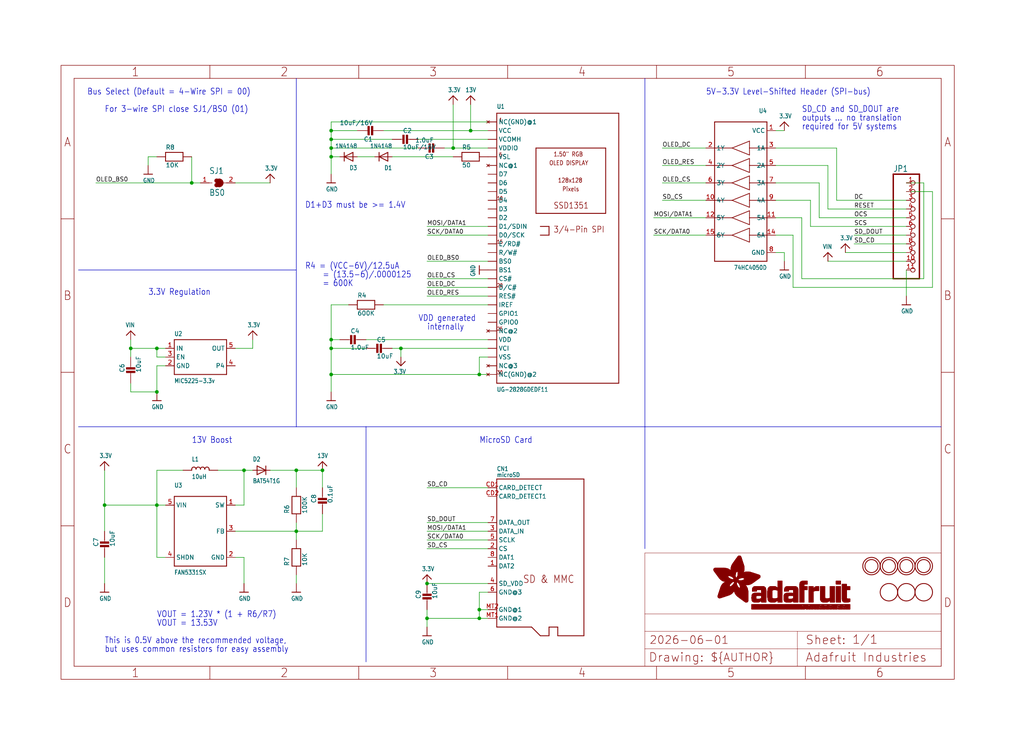
<source format=kicad_sch>
(kicad_sch (version 20230121) (generator eeschema)
  (paper "User" 298.45 217.322)
  (lib_symbols
    (symbol "working-eagle-import:13V" (power)
      (property "Value" "13V" (at -1.524 1.016 0))
      (symbol "13V_1_0"
        (pin power_in line (at 0 -2.54 90) (length 2.54) (name "13V") (number "1"))
      )
    )
    (symbol "working-eagle-import:3.3V" (power)
      (property "Value" "3.3V" (at -1.524 1.016 0))
      (symbol "3.3V_1_0"
        (pin power_in line (at 0 -2.54 90) (length 2.54) (name "3.3V") (number "1"))
      )
    )
    (symbol "working-eagle-import:74HC4050D"
      (property "Reference" "U" (at -7.62 22.86 0))
      (symbol "74HC4050D_1_0"
        (pin bidirectional line (at -10.16 17.78 0) (length 2.54) (name "VCC") (number "1"))
        (pin bidirectional line (at 10.16 -2.54 180) (length 2.54) (name "4Y") (number "10"))
        (pin bidirectional line (at -10.16 -7.62 0) (length 2.54) (name "5A") (number "11"))
        (pin bidirectional line (at 10.16 -7.62 180) (length 2.54) (name "5Y") (number "12"))
        (pin bidirectional line (at -10.16 -12.7 0) (length 2.54) (name "6A") (number "14"))
        (pin bidirectional line (at 10.16 -12.7 180) (length 2.54) (name "6Y") (number "15"))
        (pin bidirectional line (at 10.16 12.7 180) (length 2.54) (name "1Y") (number "2"))
        (pin bidirectional line (at -10.16 12.7 0) (length 2.54) (name "1A") (number "3"))
        (pin bidirectional line (at 10.16 7.62 180) (length 2.54) (name "2Y") (number "4"))
        (pin bidirectional line (at -10.16 7.62 0) (length 2.54) (name "2A") (number "5"))
        (pin bidirectional line (at 10.16 2.54 180) (length 2.54) (name "3Y") (number "6"))
        (pin bidirectional line (at -10.16 2.54 0) (length 2.54) (name "3A") (number "7"))
        (pin bidirectional line (at -10.16 -17.78 0) (length 2.54) (name "GND") (number "8"))
        (pin bidirectional line (at -10.16 -2.54 0) (length 2.54) (name "4A") (number "9"))
      )
    )
    (symbol "working-eagle-import:CAP_CERAMIC0805"
      (property "Reference" "C" (at -1.79 0.54 90))
      (symbol "CAP_CERAMIC0805_1_0"
        (pin passive line (at 0 5.08 270) (length 2.54) (name "P$1") (number "1"))
        (pin passive line (at 0 -2.54 90) (length 2.54) (name "P$2") (number "2"))
      )
    )
    (symbol "working-eagle-import:DIODESOD-123"
      (property "Reference" "D" (at -2.54 2.54 0))
      (symbol "DIODESOD-123_1_0"
        (pin passive line (at -2.54 0 0) (length 2.54) (name "A") (number "A"))
        (pin passive line (at 2.54 0 180) (length 2.54) (name "C") (number "C"))
      )
    )
    (symbol "working-eagle-import:DIODESOD-323"
      (property "Reference" "D" (at -2.54 2.54 0))
      (symbol "DIODESOD-323_1_0"
        (pin passive line (at -2.54 0 0) (length 2.54) (name "A") (number "A"))
        (pin passive line (at 2.54 0 180) (length 2.54) (name "C") (number "C"))
      )
    )
    (symbol "working-eagle-import:DISP_OLED_UG-2828GDEDF11TOP"
      (property "Reference" "U" (at -17.78 39.37 0))
      (symbol "DISP_OLED_UG-2828GDEDF11TOP_1_0"
        (text "1" (at -17.145 35.56 0) (effects (font (size 1.016 0.8636)) (justify left bottom)))
        (text "1.50\" RGB" (at -1.27 25.4 0) (effects (font (size 1.27 1.0795)) (justify left bottom)))
        (text "10" (at -17.78 12.7 0) (effects (font (size 1.016 0.8636)) (justify left bottom)))
        (text "128x128" (at 0 17.78 0) (effects (font (size 1.27 1.0795)) (justify left bottom)))
        (text "15" (at -17.78 0 0) (effects (font (size 1.016 0.8636)) (justify left bottom)))
        (text "20" (at -17.78 -12.7 0) (effects (font (size 1.016 0.8636)) (justify left bottom)))
        (text "25" (at -17.78 -25.4 0) (effects (font (size 1.016 0.8636)) (justify left bottom)))
        (text "3/4-Pin SPI" (at -1.27 3.175 0) (effects (font (size 1.778 1.5113)) (justify left bottom)))
        (text "30" (at -17.78 -38.1 0) (effects (font (size 1.016 0.8636)) (justify left bottom)))
        (text "5" (at -17.145 25.4 0) (effects (font (size 1.016 0.8636)) (justify left bottom)))
        (text "OLED DISPLAY" (at -2.54 22.86 0) (effects (font (size 1.27 1.0795)) (justify left bottom)))
        (text "Pixels" (at 1.27 15.24 0) (effects (font (size 1.27 1.0795)) (justify left bottom)))
        (text "SSD1351" (at -1.27 10.16 0) (effects (font (size 1.778 1.5113)) (justify left bottom)))
        (pin no_connect line (at -20.32 -38.1 0) (length 2.54) (name "NC(GND)@2") (number "P$1"))
        (pin bidirectional line (at -20.32 -15.24 0) (length 2.54) (name "RES#") (number "P$10"))
        (pin bidirectional line (at -20.32 -12.7 0) (length 2.54) (name "D/C#") (number "P$11"))
        (pin bidirectional line (at -20.32 -10.16 0) (length 2.54) (name "CS#") (number "P$12"))
        (pin bidirectional line (at -20.32 -7.62 0) (length 2.54) (name "BS1") (number "P$13"))
        (pin bidirectional line (at -20.32 -5.08 0) (length 2.54) (name "BS0") (number "P$14"))
        (pin bidirectional line (at -20.32 -2.54 0) (length 2.54) (name "R/W#") (number "P$15"))
        (pin bidirectional line (at -20.32 0 0) (length 2.54) (name "E/RD#") (number "P$16"))
        (pin bidirectional line (at -20.32 2.54 0) (length 2.54) (name "D0/SCK") (number "P$17"))
        (pin bidirectional line (at -20.32 5.08 0) (length 2.54) (name "D1/SDIN") (number "P$18"))
        (pin bidirectional line (at -20.32 7.62 0) (length 2.54) (name "D2") (number "P$19"))
        (pin no_connect line (at -20.32 -35.56 0) (length 2.54) (name "NC@3") (number "P$2"))
        (pin bidirectional line (at -20.32 10.16 0) (length 2.54) (name "D3") (number "P$20"))
        (pin bidirectional line (at -20.32 12.7 0) (length 2.54) (name "D4") (number "P$21"))
        (pin bidirectional line (at -20.32 15.24 0) (length 2.54) (name "D5") (number "P$22"))
        (pin bidirectional line (at -20.32 17.78 0) (length 2.54) (name "D6") (number "P$23"))
        (pin bidirectional line (at -20.32 20.32 0) (length 2.54) (name "D7") (number "P$24"))
        (pin no_connect line (at -20.32 22.86 0) (length 2.54) (name "NC@1") (number "P$25"))
        (pin bidirectional line (at -20.32 25.4 0) (length 2.54) (name "VSL") (number "P$26"))
        (pin power_in line (at -20.32 27.94 0) (length 2.54) (name "VDDIO") (number "P$27"))
        (pin power_in line (at -20.32 30.48 0) (length 2.54) (name "VCOMH") (number "P$28"))
        (pin power_in line (at -20.32 33.02 0) (length 2.54) (name "VCC") (number "P$29"))
        (pin power_in line (at -20.32 -33.02 0) (length 2.54) (name "VSS") (number "P$3"))
        (pin no_connect line (at -20.32 35.56 0) (length 2.54) (name "NC(GND)@1") (number "P$30"))
        (pin power_in line (at -20.32 -30.48 0) (length 2.54) (name "VCI") (number "P$4"))
        (pin power_in line (at -20.32 -27.94 0) (length 2.54) (name "VDD") (number "P$5"))
        (pin no_connect line (at -20.32 -25.4 0) (length 2.54) (name "NC@2") (number "P$6"))
        (pin bidirectional line (at -20.32 -22.86 0) (length 2.54) (name "GPIO0") (number "P$7"))
        (pin bidirectional line (at -20.32 -20.32 0) (length 2.54) (name "GPIO1") (number "P$8"))
        (pin bidirectional line (at -20.32 -17.78 0) (length 2.54) (name "IREF") (number "P$9"))
      )
    )
    (symbol "working-eagle-import:FAN5331"
      (property "Reference" "U" (at -7.62 12.7 0))
      (symbol "FAN5331_1_0"
        (pin bidirectional line (at 10.16 7.62 180) (length 2.54) (name "SW") (number "1"))
        (pin bidirectional line (at 10.16 -7.62 180) (length 2.54) (name "GND") (number "2"))
        (pin bidirectional line (at 10.16 0 180) (length 2.54) (name "FB") (number "3"))
        (pin bidirectional line (at -10.16 -7.62 0) (length 2.54) (name "SHDN") (number "4"))
        (pin bidirectional line (at -10.16 7.62 0) (length 2.54) (name "VIN") (number "5"))
      )
    )
    (symbol "working-eagle-import:FIDUCIAL")
    (symbol "working-eagle-import:FRAME_A4_ADAFRUIT"
      (symbol "FRAME_A4_ADAFRUIT_1_0"
        (text "${#}/${##}" (at 230.505 10.16 0) (effects (font (size 2.54 2.54)) (justify left bottom)))
        (text "${AUTHOR}" (at 189.23 5.08 0) (effects (font (size 2.286 2.286)) (justify left bottom)))
        (text "${CURRENT_DATE}" (at 171.45 10.16 0) (effects (font (size 2.286 2.286)) (justify left bottom)))
        (text "${PROJECTNAME}" (at 171.45 15.24 0) (effects (font (size 2.54 2.54)) (justify left bottom)))
        (text "1" (at 21.6958 1.905 0) (effects (font (size 2.54 2.286))))
        (text "1" (at 21.6958 177.165 0) (effects (font (size 2.54 2.286))))
        (text "2" (at 65.0875 1.905 0) (effects (font (size 2.54 2.286))))
        (text "2" (at 65.0875 177.165 0) (effects (font (size 2.54 2.286))))
        (text "3" (at 108.4792 1.905 0) (effects (font (size 2.54 2.286))))
        (text "3" (at 108.4792 177.165 0) (effects (font (size 2.54 2.286))))
        (text "4" (at 151.8708 1.905 0) (effects (font (size 2.54 2.286))))
        (text "4" (at 151.8708 177.165 0) (effects (font (size 2.54 2.286))))
        (text "5" (at 195.2625 1.905 0) (effects (font (size 2.54 2.286))))
        (text "5" (at 195.2625 177.165 0) (effects (font (size 2.54 2.286))))
        (text "6" (at 238.6542 1.905 0) (effects (font (size 2.54 2.286))))
        (text "6" (at 238.6542 177.165 0) (effects (font (size 2.54 2.286))))
        (text "A" (at 1.905 156.6863 0) (effects (font (size 2.54 2.286))))
        (text "A" (at 258.445 156.6863 0) (effects (font (size 2.54 2.286))))
        (text "Adafruit Industries" (at 216.916 4.953 0) (effects (font (size 2.54 2.54)) (justify left bottom)))
        (text "B" (at 1.905 111.9188 0) (effects (font (size 2.54 2.286))))
        (text "B" (at 258.445 111.9188 0) (effects (font (size 2.54 2.286))))
        (text "C" (at 1.905 67.1513 0) (effects (font (size 2.54 2.286))))
        (text "C" (at 258.445 67.1513 0) (effects (font (size 2.54 2.286))))
        (text "D" (at 1.905 22.3838 0) (effects (font (size 2.54 2.286))))
        (text "D" (at 258.445 22.3838 0) (effects (font (size 2.54 2.286))))
        (text "Drawing:" (at 171.196 4.953 0) (effects (font (size 2.54 2.54)) (justify left bottom)))
        (text "Sheet:" (at 216.916 10.033 0) (effects (font (size 2.54 2.54)) (justify left bottom)))
      )
    )
    (symbol "working-eagle-import:GND" (power)
      (property "Value" "GND" (at -1.524 -2.54 0))
      (symbol "GND_1_0"
        (pin power_in line (at 0 2.54 270) (length 2.54) (name "GND") (number "1"))
      )
    )
    (symbol "working-eagle-import:HEADER-1X1176MIL"
      (property "Reference" "JP" (at -6.35 15.875 0))
      (symbol "HEADER-1X1176MIL_1_0"
        (pin passive inverted (at -2.54 12.7 0) (length 2.54) (name "1") (number "1"))
        (pin passive inverted (at -2.54 -10.16 0) (length 2.54) (name "10") (number "10"))
        (pin passive inverted (at -2.54 -12.7 0) (length 2.54) (name "11") (number "11"))
        (pin passive inverted (at -2.54 10.16 0) (length 2.54) (name "2") (number "2"))
        (pin passive inverted (at -2.54 7.62 0) (length 2.54) (name "3") (number "3"))
        (pin passive inverted (at -2.54 5.08 0) (length 2.54) (name "4") (number "4"))
        (pin passive inverted (at -2.54 2.54 0) (length 2.54) (name "5") (number "5"))
        (pin passive inverted (at -2.54 0 0) (length 2.54) (name "6") (number "6"))
        (pin passive inverted (at -2.54 -2.54 0) (length 2.54) (name "7") (number "7"))
        (pin passive inverted (at -2.54 -5.08 0) (length 2.54) (name "8") (number "8"))
        (pin passive inverted (at -2.54 -7.62 0) (length 2.54) (name "9") (number "9"))
      )
    )
    (symbol "working-eagle-import:INDUCTOR"
      (property "Reference" "L" (at -2.54 2.54 0))
      (symbol "INDUCTOR_1_0"
        (pin passive line (at -5.08 0 0) (length 2.54) (name "1") (number "P$1"))
        (pin passive line (at 5.08 0 180) (length 2.54) (name "2") (number "P$2"))
      )
    )
    (symbol "working-eagle-import:MICROSD"
      (property "Reference" "X" (at -12.7 22.606 0))
      (symbol "MICROSD_1_0"
        (text "SD & MMC" (at -5.08 -10.16 0) (effects (font (size 2.1844 1.8567)) (justify left bottom)))
        (pin bidirectional line (at -15.24 -5.08 0) (length 2.54) (name "DAT2") (number "1"))
        (pin input line (at -15.24 0 0) (length 2.54) (name "CS") (number "2"))
        (pin input line (at -15.24 5.08 0) (length 2.54) (name "DATA_IN") (number "3"))
        (pin power_in line (at -15.24 -10.16 0) (length 2.54) (name "SD_VDD") (number "4"))
        (pin input line (at -15.24 2.54 0) (length 2.54) (name "SCLK") (number "5"))
        (pin power_in line (at -15.24 -12.7 0) (length 2.54) (name "GND@3") (number "6"))
        (pin output line (at -15.24 7.62 0) (length 2.54) (name "DATA_OUT") (number "7"))
        (pin bidirectional line (at -15.24 -2.54 0) (length 2.54) (name "DAT1") (number "8"))
        (pin passive line (at -15.24 17.78 0) (length 2.54) (name "CARD_DETECT") (number "CD1"))
        (pin passive line (at -15.24 15.24 0) (length 2.54) (name "CARD_DETECT1") (number "CD2"))
        (pin power_in line (at -15.24 -20.32 0) (length 2.54) (name "GND@2") (number "MT1"))
        (pin power_in line (at -15.24 -17.78 0) (length 2.54) (name "GND@1") (number "MT2"))
      )
    )
    (symbol "working-eagle-import:MOUNTINGHOLE2.5")
    (symbol "working-eagle-import:RESISTOR0805"
      (property "Reference" "R" (at -2.54 2.032 0))
      (symbol "RESISTOR0805_1_0"
        (pin passive line (at -5.08 0 0) (length 2.54) (name "1") (number "1"))
        (pin passive line (at 5.08 0 180) (length 2.54) (name "2") (number "2"))
      )
    )
    (symbol "working-eagle-import:SOLDERJUMPERREFLOW_NOPASTE"
      (property "Reference" "SJ" (at -2.54 2.54 0))
      (symbol "SOLDERJUMPERREFLOW_NOPASTE_1_0"
        (pin passive line (at -5.08 0 0) (length 2.54) (name "1") (number "1"))
        (pin passive line (at 5.08 0 180) (length 2.54) (name "2") (number "2"))
      )
    )
    (symbol "working-eagle-import:VIN" (power)
      (property "Value" "VIN" (at -1.524 1.016 0))
      (symbol "VIN_1_0"
        (pin power_in line (at 0 -2.54 90) (length 2.54) (name "VIN") (number "1"))
      )
    )
    (symbol "working-eagle-import:VREG_SOT23-5"
      (property "Reference" "U" (at -7.62 6.096 0))
      (symbol "VREG_SOT23-5_1_0"
        (pin power_in line (at -10.16 2.54 0) (length 2.54) (name "IN") (number "1"))
        (pin power_in line (at -10.16 -2.54 0) (length 2.54) (name "GND") (number "2"))
        (pin input line (at -10.16 0 0) (length 2.54) (name "EN") (number "3"))
        (pin bidirectional line (at 10.16 -2.54 180) (length 2.54) (name "P4") (number "4"))
        (pin power_in line (at 10.16 2.54 180) (length 2.54) (name "OUT") (number "5"))
      )
    )
  )
  (junction (at 139.7 109.22))
  (junction (at 139.7 180.34))
  (junction (at 55.88 53.34))
  (junction (at 45.72 101.6))
  (junction (at 96.52 43.18))
  (junction (at 124.46 180.34))
  (junction (at 86.36 154.94))
  (junction (at 132.08 43.18))
  (junction (at 96.52 40.64))
  (junction (at 96.52 99.06))
  (junction (at 86.36 137.16))
  (junction (at 96.52 38.1))
  (junction (at 30.48 147.32))
  (junction (at 96.52 109.22))
  (junction (at 96.52 45.72))
  (junction (at 45.72 147.32))
  (junction (at 124.46 170.18))
  (junction (at 116.84 101.6))
  (junction (at 71.12 137.16))
  (junction (at 38.1 101.6))
  (junction (at 96.52 101.6))
  (junction (at 137.16 38.1))
  (junction (at 93.98 137.16))
  (junction (at 45.72 114.3))
  (junction (at 139.7 177.8))
  (wire (pts (xy 132.08 45.72) (xy 114.3 45.72)) (stroke (width 0.1524)))
  (wire (pts (xy 99.06 99.06) (xy 96.52 99.06)) (stroke (width 0.1524)))
  (wire (pts (xy 205.74 63.5) (xy 190.5 63.5)) (stroke (width 0.1524)))
  (wire (pts (xy 226.06 73.66) (xy 228.6 73.66)) (stroke (width 0.1524)))
  (wire (pts (xy 96.52 35.56) (xy 96.52 38.1)) (stroke (width 0.1524)))
  (wire (pts (xy 241.3 48.26) (xy 241.3 60.96)) (stroke (width 0.1524)))
  (wire (pts (xy 139.7 109.22) (xy 96.52 109.22)) (stroke (width 0.1524)))
  (wire (pts (xy 142.24 81.28) (xy 124.46 81.28)) (stroke (width 0.1524)))
  (wire (pts (xy 86.36 154.94) (xy 93.98 154.94)) (stroke (width 0.1524)))
  (wire (pts (xy 48.26 147.32) (xy 45.72 147.32)) (stroke (width 0.1524)))
  (wire (pts (xy 116.84 101.6) (xy 114.3 101.6)) (stroke (width 0.1524)))
  (polyline (pts (xy 86.36 124.46) (xy 106.68 124.46)) (stroke (width 0.1524) (type solid)))
  (wire (pts (xy 48.26 104.14) (xy 45.72 104.14)) (stroke (width 0.1524)))
  (wire (pts (xy 142.24 177.8) (xy 139.7 177.8)) (stroke (width 0.1524)))
  (wire (pts (xy 142.24 76.2) (xy 124.46 76.2)) (stroke (width 0.1524)))
  (wire (pts (xy 231.14 68.58) (xy 231.14 83.82)) (stroke (width 0.1524)))
  (wire (pts (xy 142.24 68.58) (xy 124.46 68.58)) (stroke (width 0.1524)))
  (wire (pts (xy 38.1 114.3) (xy 45.72 114.3)) (stroke (width 0.1524)))
  (wire (pts (xy 243.84 58.42) (xy 264.16 58.42)) (stroke (width 0.1524)))
  (wire (pts (xy 264.16 86.36) (xy 264.16 78.74)) (stroke (width 0.1524)))
  (wire (pts (xy 238.76 63.5) (xy 264.16 63.5)) (stroke (width 0.1524)))
  (wire (pts (xy 142.24 142.24) (xy 124.46 142.24)) (stroke (width 0.1524)))
  (wire (pts (xy 96.52 40.64) (xy 96.52 43.18)) (stroke (width 0.1524)))
  (polyline (pts (xy 22.86 78.74) (xy 86.36 78.74)) (stroke (width 0.1524) (type solid)))
  (wire (pts (xy 132.08 30.48) (xy 132.08 43.18)) (stroke (width 0.1524)))
  (wire (pts (xy 205.74 68.58) (xy 190.5 68.58)) (stroke (width 0.1524)))
  (wire (pts (xy 45.72 162.56) (xy 45.72 147.32)) (stroke (width 0.1524)))
  (wire (pts (xy 236.22 58.42) (xy 236.22 66.04)) (stroke (width 0.1524)))
  (wire (pts (xy 243.84 43.18) (xy 243.84 58.42)) (stroke (width 0.1524)))
  (wire (pts (xy 104.14 38.1) (xy 96.52 38.1)) (stroke (width 0.1524)))
  (wire (pts (xy 142.24 160.02) (xy 124.46 160.02)) (stroke (width 0.1524)))
  (wire (pts (xy 271.78 83.82) (xy 271.78 55.88)) (stroke (width 0.1524)))
  (wire (pts (xy 142.24 83.82) (xy 124.46 83.82)) (stroke (width 0.1524)))
  (wire (pts (xy 99.06 45.72) (xy 96.52 45.72)) (stroke (width 0.1524)))
  (wire (pts (xy 142.24 38.1) (xy 137.16 38.1)) (stroke (width 0.1524)))
  (wire (pts (xy 43.18 45.72) (xy 43.18 48.26)) (stroke (width 0.1524)))
  (wire (pts (xy 71.12 137.16) (xy 73.66 137.16)) (stroke (width 0.1524)))
  (wire (pts (xy 78.74 137.16) (xy 86.36 137.16)) (stroke (width 0.1524)))
  (wire (pts (xy 96.52 43.18) (xy 96.52 45.72)) (stroke (width 0.1524)))
  (polyline (pts (xy 187.96 124.46) (xy 187.96 160.02)) (stroke (width 0.1524) (type solid)))
  (wire (pts (xy 30.48 147.32) (xy 30.48 137.16)) (stroke (width 0.1524)))
  (wire (pts (xy 55.88 53.34) (xy 58.42 53.34)) (stroke (width 0.1524)))
  (wire (pts (xy 63.5 137.16) (xy 71.12 137.16)) (stroke (width 0.1524)))
  (wire (pts (xy 233.68 63.5) (xy 233.68 81.28)) (stroke (width 0.1524)))
  (wire (pts (xy 45.72 104.14) (xy 45.72 101.6)) (stroke (width 0.1524)))
  (wire (pts (xy 68.58 101.6) (xy 73.66 101.6)) (stroke (width 0.1524)))
  (wire (pts (xy 132.08 43.18) (xy 129.54 43.18)) (stroke (width 0.1524)))
  (wire (pts (xy 38.1 101.6) (xy 38.1 104.14)) (stroke (width 0.1524)))
  (wire (pts (xy 226.06 38.1) (xy 228.6 38.1)) (stroke (width 0.1524)))
  (wire (pts (xy 264.16 68.58) (xy 248.92 68.58)) (stroke (width 0.1524)))
  (wire (pts (xy 142.24 101.6) (xy 116.84 101.6)) (stroke (width 0.1524)))
  (wire (pts (xy 45.72 45.72) (xy 43.18 45.72)) (stroke (width 0.1524)))
  (wire (pts (xy 236.22 66.04) (xy 264.16 66.04)) (stroke (width 0.1524)))
  (wire (pts (xy 68.58 53.34) (xy 78.74 53.34)) (stroke (width 0.1524)))
  (wire (pts (xy 96.52 45.72) (xy 96.52 50.8)) (stroke (width 0.1524)))
  (polyline (pts (xy 106.68 124.46) (xy 187.96 124.46)) (stroke (width 0.1524) (type solid)))
  (wire (pts (xy 226.06 63.5) (xy 233.68 63.5)) (stroke (width 0.1524)))
  (wire (pts (xy 139.7 104.14) (xy 139.7 109.22)) (stroke (width 0.1524)))
  (wire (pts (xy 116.84 104.14) (xy 116.84 101.6)) (stroke (width 0.1524)))
  (wire (pts (xy 142.24 172.72) (xy 139.7 172.72)) (stroke (width 0.1524)))
  (wire (pts (xy 142.24 180.34) (xy 139.7 180.34)) (stroke (width 0.1524)))
  (wire (pts (xy 226.06 68.58) (xy 231.14 68.58)) (stroke (width 0.1524)))
  (wire (pts (xy 139.7 177.8) (xy 139.7 180.34)) (stroke (width 0.1524)))
  (wire (pts (xy 228.6 73.66) (xy 228.6 76.2)) (stroke (width 0.1524)))
  (wire (pts (xy 121.92 43.18) (xy 96.52 43.18)) (stroke (width 0.1524)))
  (wire (pts (xy 45.72 106.68) (xy 45.72 114.3)) (stroke (width 0.1524)))
  (wire (pts (xy 114.3 40.64) (xy 96.52 40.64)) (stroke (width 0.1524)))
  (wire (pts (xy 137.16 30.48) (xy 137.16 38.1)) (stroke (width 0.1524)))
  (wire (pts (xy 96.52 88.9) (xy 96.52 99.06)) (stroke (width 0.1524)))
  (wire (pts (xy 71.12 147.32) (xy 68.58 147.32)) (stroke (width 0.1524)))
  (wire (pts (xy 68.58 154.94) (xy 86.36 154.94)) (stroke (width 0.1524)))
  (wire (pts (xy 93.98 154.94) (xy 93.98 149.86)) (stroke (width 0.1524)))
  (wire (pts (xy 142.24 157.48) (xy 124.46 157.48)) (stroke (width 0.1524)))
  (wire (pts (xy 241.3 60.96) (xy 264.16 60.96)) (stroke (width 0.1524)))
  (wire (pts (xy 71.12 137.16) (xy 71.12 147.32)) (stroke (width 0.1524)))
  (wire (pts (xy 142.24 88.9) (xy 111.76 88.9)) (stroke (width 0.1524)))
  (wire (pts (xy 96.52 101.6) (xy 96.52 109.22)) (stroke (width 0.1524)))
  (wire (pts (xy 238.76 53.34) (xy 238.76 63.5)) (stroke (width 0.1524)))
  (wire (pts (xy 96.52 99.06) (xy 96.52 101.6)) (stroke (width 0.1524)))
  (wire (pts (xy 248.92 71.12) (xy 264.16 71.12)) (stroke (width 0.1524)))
  (wire (pts (xy 205.74 58.42) (xy 193.04 58.42)) (stroke (width 0.1524)))
  (wire (pts (xy 142.24 35.56) (xy 96.52 35.56)) (stroke (width 0.1524)))
  (wire (pts (xy 269.24 81.28) (xy 269.24 53.34)) (stroke (width 0.1524)))
  (wire (pts (xy 142.24 86.36) (xy 124.46 86.36)) (stroke (width 0.1524)))
  (wire (pts (xy 86.36 154.94) (xy 86.36 152.4)) (stroke (width 0.1524)))
  (wire (pts (xy 86.36 137.16) (xy 93.98 137.16)) (stroke (width 0.1524)))
  (wire (pts (xy 142.24 109.22) (xy 139.7 109.22)) (stroke (width 0.1524)))
  (wire (pts (xy 241.3 48.26) (xy 226.06 48.26)) (stroke (width 0.1524)))
  (wire (pts (xy 142.24 40.64) (xy 121.92 40.64)) (stroke (width 0.1524)))
  (wire (pts (xy 142.24 43.18) (xy 132.08 43.18)) (stroke (width 0.1524)))
  (wire (pts (xy 96.52 109.22) (xy 96.52 114.3)) (stroke (width 0.1524)))
  (wire (pts (xy 55.88 53.34) (xy 55.88 45.72)) (stroke (width 0.1524)))
  (wire (pts (xy 142.24 99.06) (xy 106.68 99.06)) (stroke (width 0.1524)))
  (wire (pts (xy 142.24 104.14) (xy 139.7 104.14)) (stroke (width 0.1524)))
  (wire (pts (xy 271.78 55.88) (xy 264.16 55.88)) (stroke (width 0.1524)))
  (wire (pts (xy 45.72 147.32) (xy 45.72 137.16)) (stroke (width 0.1524)))
  (wire (pts (xy 86.36 137.16) (xy 86.36 142.24)) (stroke (width 0.1524)))
  (wire (pts (xy 38.1 111.76) (xy 38.1 114.3)) (stroke (width 0.1524)))
  (wire (pts (xy 205.74 43.18) (xy 193.04 43.18)) (stroke (width 0.1524)))
  (polyline (pts (xy 187.96 124.46) (xy 187.96 22.86)) (stroke (width 0.1524) (type solid)))
  (wire (pts (xy 93.98 142.24) (xy 93.98 137.16)) (stroke (width 0.1524)))
  (polyline (pts (xy 106.68 124.46) (xy 106.68 193.04)) (stroke (width 0.1524) (type solid)))
  (wire (pts (xy 246.38 73.66) (xy 264.16 73.66)) (stroke (width 0.1524)))
  (wire (pts (xy 139.7 180.34) (xy 124.46 180.34)) (stroke (width 0.1524)))
  (wire (pts (xy 104.14 45.72) (xy 109.22 45.72)) (stroke (width 0.1524)))
  (wire (pts (xy 243.84 43.18) (xy 226.06 43.18)) (stroke (width 0.1524)))
  (wire (pts (xy 73.66 101.6) (xy 73.66 99.06)) (stroke (width 0.1524)))
  (wire (pts (xy 48.26 162.56) (xy 45.72 162.56)) (stroke (width 0.1524)))
  (wire (pts (xy 48.26 101.6) (xy 45.72 101.6)) (stroke (width 0.1524)))
  (polyline (pts (xy 86.36 78.74) (xy 86.36 22.86)) (stroke (width 0.1524) (type solid)))
  (wire (pts (xy 231.14 83.82) (xy 271.78 83.82)) (stroke (width 0.1524)))
  (wire (pts (xy 71.12 162.56) (xy 71.12 170.18)) (stroke (width 0.1524)))
  (wire (pts (xy 233.68 81.28) (xy 269.24 81.28)) (stroke (width 0.1524)))
  (polyline (pts (xy 86.36 78.74) (xy 86.36 124.46)) (stroke (width 0.1524) (type solid)))
  (wire (pts (xy 142.24 170.18) (xy 124.46 170.18)) (stroke (width 0.1524)))
  (wire (pts (xy 142.24 154.94) (xy 124.46 154.94)) (stroke (width 0.1524)))
  (wire (pts (xy 45.72 147.32) (xy 30.48 147.32)) (stroke (width 0.1524)))
  (wire (pts (xy 86.36 157.48) (xy 86.36 154.94)) (stroke (width 0.1524)))
  (wire (pts (xy 241.3 76.2) (xy 264.16 76.2)) (stroke (width 0.1524)))
  (wire (pts (xy 139.7 172.72) (xy 139.7 177.8)) (stroke (width 0.1524)))
  (wire (pts (xy 68.58 162.56) (xy 71.12 162.56)) (stroke (width 0.1524)))
  (wire (pts (xy 124.46 177.8) (xy 124.46 180.34)) (stroke (width 0.1524)))
  (wire (pts (xy 86.36 167.64) (xy 86.36 170.18)) (stroke (width 0.1524)))
  (wire (pts (xy 38.1 101.6) (xy 38.1 99.06)) (stroke (width 0.1524)))
  (wire (pts (xy 142.24 152.4) (xy 124.46 152.4)) (stroke (width 0.1524)))
  (wire (pts (xy 142.24 66.04) (xy 124.46 66.04)) (stroke (width 0.1524)))
  (wire (pts (xy 137.16 38.1) (xy 111.76 38.1)) (stroke (width 0.1524)))
  (polyline (pts (xy 187.96 124.46) (xy 274.32 124.46)) (stroke (width 0.1524) (type solid)))
  (wire (pts (xy 101.6 88.9) (xy 96.52 88.9)) (stroke (width 0.1524)))
  (wire (pts (xy 269.24 53.34) (xy 264.16 53.34)) (stroke (width 0.1524)))
  (wire (pts (xy 124.46 180.34) (xy 124.46 182.88)) (stroke (width 0.1524)))
  (wire (pts (xy 48.26 106.68) (xy 45.72 106.68)) (stroke (width 0.1524)))
  (wire (pts (xy 96.52 38.1) (xy 96.52 40.64)) (stroke (width 0.1524)))
  (wire (pts (xy 106.68 101.6) (xy 96.52 101.6)) (stroke (width 0.1524)))
  (wire (pts (xy 30.48 147.32) (xy 30.48 154.94)) (stroke (width 0.1524)))
  (wire (pts (xy 30.48 162.56) (xy 30.48 170.18)) (stroke (width 0.1524)))
  (wire (pts (xy 27.94 53.34) (xy 55.88 53.34)) (stroke (width 0.1524)))
  (wire (pts (xy 236.22 58.42) (xy 226.06 58.42)) (stroke (width 0.1524)))
  (wire (pts (xy 45.72 137.16) (xy 53.34 137.16)) (stroke (width 0.1524)))
  (polyline (pts (xy 86.36 124.46) (xy 22.86 124.46)) (stroke (width 0.1524) (type solid)))
  (wire (pts (xy 238.76 53.34) (xy 226.06 53.34)) (stroke (width 0.1524)))
  (wire (pts (xy 205.74 53.34) (xy 193.04 53.34)) (stroke (width 0.1524)))
  (wire (pts (xy 205.74 48.26) (xy 193.04 48.26)) (stroke (width 0.1524)))
  (wire (pts (xy 45.72 101.6) (xy 38.1 101.6)) (stroke (width 0.1524)))
  (text "VOUT = 13.53V" (at 45.72 182.88 0) (effects (font (size 1.778 1.5113)) (justify left bottom)))
  (text "3.3V Regulation" (at 43.18 86.36 0) (effects (font (size 1.778 1.5113)) (justify left bottom)))
  (text "outputs ... no translation" (at 233.68 35.56 0) (effects (font (size 1.778 1.5113)) (justify left bottom)))
  (text "D1+D3 must be >= 1.4V" (at 88.9 60.96 0) (effects (font (size 1.778 1.5113)) (justify left bottom)))
  (text "13V Boost" (at 55.88 129.54 0) (effects (font (size 1.778 1.5113)) (justify left bottom)))
  (text "This is 0.5V above the recommended voltage," (at 30.48 187.96 0) (effects (font (size 1.778 1.5113)) (justify left bottom)))
  (text "Bus Select (Default = 4-Wire SPI = 00)" (at 25.4 27.94 0) (effects (font (size 1.778 1.5113)) (justify left bottom)))
  (text "5V-3.3V Level-Shifted Header (SPI-bus)" (at 205.74 27.94 0) (effects (font (size 1.778 1.5113)) (justify left bottom)))
  (text "internally" (at 124.46 96.52 0) (effects (font (size 1.778 1.5113)) (justify left bottom)))
  (text "For 3-wire SPI close SJ1/BS0 (01)" (at 30.48 33.02 0) (effects (font (size 1.778 1.5113)) (justify left bottom)))
  (text "= (13.5-6)/.0000125" (at 93.98 81.28 0) (effects (font (size 1.778 1.5113)) (justify left bottom)))
  (text "but uses common resistors for easy assembly" (at 30.48 190.5 0) (effects (font (size 1.778 1.5113)) (justify left bottom)))
  (text "VOUT = 1.23V * (1 + R6/R7)" (at 45.72 180.34 0) (effects (font (size 1.778 1.5113)) (justify left bottom)))
  (text "required for 5V systems" (at 233.68 38.1 0) (effects (font (size 1.778 1.5113)) (justify left bottom)))
  (text "R4 = (VCC-6V)/12.5uA" (at 88.9 78.74 0) (effects (font (size 1.778 1.5113)) (justify left bottom)))
  (text "MicroSD Card" (at 139.7 129.54 0) (effects (font (size 1.778 1.5113)) (justify left bottom)))
  (text "SD_CD and SD_DOUT are" (at 233.68 33.02 0) (effects (font (size 1.778 1.5113)) (justify left bottom)))
  (text "= 600K" (at 93.98 83.82 0) (effects (font (size 1.778 1.5113)) (justify left bottom)))
  (text "VDD generated" (at 121.92 93.98 0) (effects (font (size 1.778 1.5113)) (justify left bottom)))
  (label "OLED_DC" (at 124.46 83.82 0) (effects (font (size 1.2446 1.2446))))
  (label "SD_CS" (at 124.46 160.02 0) (effects (font (size 1.2446 1.2446))))
  (label "SD_DOUT" (at 248.92 68.58 0) (effects (font (size 1.2446 1.2446))))
  (label "SCS" (at 248.92 66.04 0) (effects (font (size 1.2446 1.2446))))
  (label "OLED_BS0" (at 124.46 76.2 0) (effects (font (size 1.2446 1.2446))))
  (label "DC" (at 248.92 58.42 0) (effects (font (size 1.2446 1.2446))))
  (label "MOSI/DATA1" (at 124.46 154.94 0) (effects (font (size 1.2446 1.2446))))
  (label "SCK/DATA0" (at 124.46 157.48 0) (effects (font (size 1.2446 1.2446))))
  (label "OCS" (at 248.92 63.5 0) (effects (font (size 1.2446 1.2446))))
  (label "MOSI/DATA1" (at 190.5 63.5 0) (effects (font (size 1.2446 1.2446))))
  (label "OLED_CS" (at 124.46 81.28 0) (effects (font (size 1.2446 1.2446))))
  (label "SCK/DATA0" (at 190.5 68.58 0) (effects (font (size 1.2446 1.2446))))
  (label "OLED_DC" (at 193.04 43.18 0) (effects (font (size 1.2446 1.2446))))
  (label "OLED_BS0" (at 27.94 53.34 0) (effects (font (size 1.2446 1.2446))))
  (label "OLED_RES" (at 124.46 86.36 0) (effects (font (size 1.2446 1.2446))))
  (label "SCK/DATA0" (at 124.46 68.58 0) (effects (font (size 1.2446 1.2446))))
  (label "SD_CS" (at 193.04 58.42 0) (effects (font (size 1.2446 1.2446))))
  (label "SD_DOUT" (at 124.46 152.4 0) (effects (font (size 1.2446 1.2446))))
  (label "SD_CD" (at 248.92 71.12 0) (effects (font (size 1.2446 1.2446))))
  (label "SD_CD" (at 124.46 142.24 0) (effects (font (size 1.2446 1.2446))))
  (label "OLED_RES" (at 193.04 48.26 0) (effects (font (size 1.2446 1.2446))))
  (label "OLED_CS" (at 193.04 53.34 0) (effects (font (size 1.2446 1.2446))))
  (label "MOSI/DATA1" (at 124.46 66.04 0) (effects (font (size 1.2446 1.2446))))
  (label "RESET" (at 248.92 60.96 0) (effects (font (size 1.2446 1.2446))))
  (symbol (lib_id "working-eagle-import:MOUNTINGHOLE2.5") (at 259.08 165.1 0) (unit 1)
    (property "Reference" "U$24" (effects hide))
    (property "Value" "MOUNTINGHOLE2.5" (effects hide))
    (property "Footprint" "working:MOUNTINGHOLE_2.5_PLATED" (effects hide))
  )
  (symbol (lib_id "working-eagle-import:DIODESOD-323") (at 111.76 45.72 180) (unit 1)
    (property "Reference" "D1" (at 114.3 48.26 0) (effects (font (size 1.27 1.0795)) (justify left bottom)))
    (property "Value" "1N4148" (at 114.3 41.91 0) (effects (font (size 1.27 1.0795)) (justify left bottom)))
    (property "Footprint" "working:SOD-323" (effects hide))
  )
  (symbol (lib_id "working-eagle-import:GND") (at 71.12 172.72 0) (unit 1)
    (property "Reference" "#U$13" (effects hide))
    (property "Value" "GND" (at 69.596 175.26 0) (effects (font (size 1.27 1.0795)) (justify left bottom)))
  )
  (symbol (lib_id "working-eagle-import:CAP_CERAMIC0805") (at 109.22 38.1 90) (unit 1)
    (property "Reference" "C1" (at 108.68 39.89 90) (effects (justify left bottom)))
    (property "Value" "10uF/16V" (at 108.68 35.1 90) (effects (justify left bottom)))
    (property "Footprint" "working:0805" (effects hide))
  )
  (symbol (lib_id "working-eagle-import:RESISTOR0805") (at 106.68 88.9 0) (unit 1)
    (property "Reference" "R4" (at 104.14 86.868 0) (effects (justify left bottom)))
    (property "Value" "600K" (at 104.14 92.075 0) (effects (justify left bottom)))
    (property "Footprint" "working:0805" (effects hide))
  )
  (symbol (lib_id "working-eagle-import:3.3V") (at 246.38 71.12 0) (unit 1)
    (property "Reference" "#U$21" (effects hide))
    (property "Value" "3.3V" (at 244.856 70.104 0) (effects (font (size 1.27 1.0795)) (justify left bottom)))
  )
  (symbol (lib_id "working-eagle-import:INDUCTOR") (at 58.42 137.16 0) (unit 1)
    (property "Reference" "L1" (at 55.88 134.62 0) (effects (font (size 1.27 1.0795)) (justify left bottom)))
    (property "Value" "10uH" (at 55.88 139.7 0) (effects (font (size 1.27 1.0795)) (justify left bottom)))
    (property "Footprint" "working:INDUCTOR_1007" (effects hide))
  )
  (symbol (lib_id "working-eagle-import:DISP_OLED_UG-2828GDEDF11TOP") (at 162.56 71.12 0) (unit 1)
    (property "Reference" "U1" (at 144.78 31.75 0) (effects (font (size 1.27 1.0795)) (justify left bottom)))
    (property "Value" "UG-2828GDEDF11" (at 144.78 114.3 0) (effects (font (size 1.27 1.0795)) (justify left bottom)))
    (property "Footprint" "working:FPC_XF2M-3015-1A" (effects hide))
  )
  (symbol (lib_id "working-eagle-import:3.3V") (at 228.6 35.56 0) (unit 1)
    (property "Reference" "#U$33" (effects hide))
    (property "Value" "3.3V" (at 227.076 34.544 0) (effects (font (size 1.27 1.0795)) (justify left bottom)))
  )
  (symbol (lib_id "working-eagle-import:CAP_CERAMIC0805") (at 93.98 147.32 0) (unit 1)
    (property "Reference" "C8" (at 92.19 146.78 90) (effects (justify left bottom)))
    (property "Value" "0.1uF" (at 96.98 146.78 90) (effects (justify left bottom)))
    (property "Footprint" "working:0805" (effects hide))
  )
  (symbol (lib_id "working-eagle-import:3.3V") (at 132.08 27.94 0) (unit 1)
    (property "Reference" "#U$1" (effects hide))
    (property "Value" "3.3V" (at 130.556 26.924 0) (effects (font (size 1.27 1.0795)) (justify left bottom)))
  )
  (symbol (lib_id "working-eagle-import:SOLDERJUMPERREFLOW_NOPASTE") (at 63.5 53.34 0) (unit 1)
    (property "Reference" "SJ1" (at 60.96 50.8 0) (effects (font (size 1.778 1.5113)) (justify left bottom)))
    (property "Value" "BS0" (at 60.96 57.15 0) (effects (font (size 1.778 1.5113)) (justify left bottom)))
    (property "Footprint" "working:SOLDERJUMPER_REFLOW_NOPASTE" (effects hide))
  )
  (symbol (lib_id "working-eagle-import:3.3V") (at 116.84 106.68 180) (unit 1)
    (property "Reference" "#U$7" (effects hide))
    (property "Value" "3.3V" (at 118.364 107.696 0) (effects (font (size 1.27 1.0795)) (justify left bottom)))
  )
  (symbol (lib_id "working-eagle-import:13V") (at 93.98 134.62 0) (unit 1)
    (property "Reference" "#U$16" (effects hide))
    (property "Value" "13V" (at 92.456 133.604 0) (effects (font (size 1.27 1.0795)) (justify left bottom)))
  )
  (symbol (lib_id "working-eagle-import:3.3V") (at 30.48 134.62 0) (unit 1)
    (property "Reference" "#U$15" (effects hide))
    (property "Value" "3.3V" (at 28.956 133.604 0) (effects (font (size 1.27 1.0795)) (justify left bottom)))
  )
  (symbol (lib_id "working-eagle-import:CAP_CERAMIC0805") (at 38.1 109.22 0) (unit 1)
    (property "Reference" "C6" (at 36.31 108.68 90) (effects (justify left bottom)))
    (property "Value" "10uF" (at 41.1 108.68 90) (effects (justify left bottom)))
    (property "Footprint" "working:0805" (effects hide))
  )
  (symbol (lib_id "working-eagle-import:FRAME_A4_ADAFRUIT") (at 17.78 198.12 0) (unit 1)
    (property "Reference" "#FRAME1" (effects hide))
    (property "Value" "FRAME_A4_ADAFRUIT" (effects hide))
  )
  (symbol (lib_id "working-eagle-import:RESISTOR0805") (at 86.36 147.32 90) (unit 1)
    (property "Reference" "R6" (at 84.328 149.86 0) (effects (justify left bottom)))
    (property "Value" "100K" (at 89.535 149.86 0) (effects (justify left bottom)))
    (property "Footprint" "working:0805" (effects hide))
  )
  (symbol (lib_id "working-eagle-import:GND") (at 228.6 78.74 0) (unit 1)
    (property "Reference" "#U$34" (effects hide))
    (property "Value" "GND" (at 227.076 81.28 0) (effects (font (size 1.27 1.0795)) (justify left bottom)))
  )
  (symbol (lib_id "working-eagle-import:GND") (at 124.46 185.42 0) (unit 1)
    (property "Reference" "#U$19" (effects hide))
    (property "Value" "GND" (at 122.936 187.96 0) (effects (font (size 1.27 1.0795)) (justify left bottom)))
  )
  (symbol (lib_id "working-eagle-import:MOUNTINGHOLE2.5") (at 264.16 165.1 0) (unit 1)
    (property "Reference" "U$23" (effects hide))
    (property "Value" "MOUNTINGHOLE2.5" (effects hide))
    (property "Footprint" "working:MOUNTINGHOLE_2.5_PLATED" (effects hide))
  )
  (symbol (lib_id "working-eagle-import:DIODESOD-123") (at 76.2 137.16 0) (unit 1)
    (property "Reference" "D2" (at 73.66 134.62 0) (effects (font (size 1.27 1.0795)) (justify left bottom)))
    (property "Value" "BAT54T1G" (at 73.66 140.97 0) (effects (font (size 1.27 1.0795)) (justify left bottom)))
    (property "Footprint" "working:SOD-123" (effects hide))
  )
  (symbol (lib_id "working-eagle-import:FAN5331") (at 58.42 154.94 0) (unit 1)
    (property "Reference" "U3" (at 50.8 142.24 0) (effects (font (size 1.27 1.0795)) (justify left bottom)))
    (property "Value" "FAN5331SX" (at 50.8 167.64 0) (effects (font (size 1.27 1.0795)) (justify left bottom)))
    (property "Footprint" "working:SOT23-5@1" (effects hide))
  )
  (symbol (lib_id "working-eagle-import:VIN") (at 38.1 96.52 0) (unit 1)
    (property "Reference" "#U$14" (effects hide))
    (property "Value" "VIN" (at 36.576 95.504 0) (effects (font (size 1.27 1.0795)) (justify left bottom)))
  )
  (symbol (lib_id "working-eagle-import:MOUNTINGHOLE2.5") (at 269.24 165.1 0) (unit 1)
    (property "Reference" "U$22" (effects hide))
    (property "Value" "MOUNTINGHOLE2.5" (effects hide))
    (property "Footprint" "working:MOUNTINGHOLE_2.5_PLATED" (effects hide))
  )
  (symbol (lib_id "working-eagle-import:FIDUCIAL") (at 259.08 172.72 0) (unit 1)
    (property "Reference" "U$29" (effects hide))
    (property "Value" "FIDUCIAL" (effects hide))
    (property "Footprint" "working:FIDUCIAL_1MM" (effects hide))
  )
  (symbol (lib_id "working-eagle-import:CAP_CERAMIC0805") (at 127 43.18 90) (unit 1)
    (property "Reference" "C3" (at 126.46 44.97 90) (effects (justify left bottom)))
    (property "Value" "1.0uF" (at 126.46 40.18 90) (effects (justify left bottom)))
    (property "Footprint" "working:0805" (effects hide))
  )
  (symbol (lib_id "working-eagle-import:13V") (at 137.16 27.94 0) (unit 1)
    (property "Reference" "#U$8" (effects hide))
    (property "Value" "13V" (at 135.636 26.924 0) (effects (font (size 1.27 1.0795)) (justify left bottom)))
  )
  (symbol (lib_id "working-eagle-import:RESISTOR0805") (at 137.16 45.72 0) (unit 1)
    (property "Reference" "R5" (at 134.62 43.688 0) (effects (justify left bottom)))
    (property "Value" "50" (at 134.62 48.895 0) (effects (justify left bottom)))
    (property "Footprint" "working:0805" (effects hide))
  )
  (symbol (lib_id "working-eagle-import:GND") (at 45.72 116.84 0) (unit 1)
    (property "Reference" "#U$9" (effects hide))
    (property "Value" "GND" (at 44.196 119.38 0) (effects (font (size 1.27 1.0795)) (justify left bottom)))
  )
  (symbol (lib_id "working-eagle-import:74HC4050D") (at 215.9 55.88 0) (mirror y) (unit 1)
    (property "Reference" "U4" (at 223.52 33.02 0) (effects (font (size 1.27 1.0795)) (justify left bottom)))
    (property "Value" "74HC4050D" (at 223.52 78.74 0) (effects (font (size 1.27 1.0795)) (justify left bottom)))
    (property "Footprint" "working:SOIC16" (effects hide))
  )
  (symbol (lib_id "working-eagle-import:GND") (at 139.7 78.74 270) (unit 1)
    (property "Reference" "#U$3" (effects hide))
    (property "Value" "GND" (at 137.16 77.216 0) (effects (font (size 1.27 1.0795)) (justify left bottom)))
  )
  (symbol (lib_id "working-eagle-import:GND") (at 264.16 88.9 0) (unit 1)
    (property "Reference" "#U$18" (effects hide))
    (property "Value" "GND" (at 262.636 91.44 0) (effects (font (size 1.27 1.0795)) (justify left bottom)))
  )
  (symbol (lib_id "working-eagle-import:MICROSD") (at 157.48 160.02 0) (unit 1)
    (property "Reference" "CN1" (at 144.78 137.414 0) (effects (font (size 1.27 1.0795)) (justify left bottom)))
    (property "Value" "microSD" (at 144.78 139.192 0) (effects (font (size 1.27 1.0795)) (justify left bottom)))
    (property "Footprint" "working:MICROSD" (effects hide))
  )
  (symbol (lib_id "working-eagle-import:DIODESOD-323") (at 101.6 45.72 180) (unit 1)
    (property "Reference" "D3" (at 104.14 48.26 0) (effects (font (size 1.27 1.0795)) (justify left bottom)))
    (property "Value" "1N4148" (at 104.14 41.91 0) (effects (font (size 1.27 1.0795)) (justify left bottom)))
    (property "Footprint" "working:SOD-323" (effects hide))
  )
  (symbol (lib_id "working-eagle-import:FIDUCIAL") (at 264.16 172.72 0) (unit 1)
    (property "Reference" "U$27" (effects hide))
    (property "Value" "FIDUCIAL" (effects hide))
    (property "Footprint" "working:FIDUCIAL_1MM" (effects hide))
  )
  (symbol (lib_id "working-eagle-import:GND") (at 96.52 116.84 0) (unit 1)
    (property "Reference" "#U$4" (effects hide))
    (property "Value" "GND" (at 94.996 119.38 0) (effects (font (size 1.27 1.0795)) (justify left bottom)))
  )
  (symbol (lib_id "working-eagle-import:VIN") (at 241.3 73.66 0) (unit 1)
    (property "Reference" "#U$17" (effects hide))
    (property "Value" "VIN" (at 239.776 72.644 0) (effects (font (size 1.27 1.0795)) (justify left bottom)))
  )
  (symbol (lib_id "working-eagle-import:3.3V") (at 124.46 167.64 0) (unit 1)
    (property "Reference" "#U$20" (effects hide))
    (property "Value" "3.3V" (at 122.936 166.624 0) (effects (font (size 1.27 1.0795)) (justify left bottom)))
  )
  (symbol (lib_id "working-eagle-import:HEADER-1X1176MIL") (at 266.7 66.04 0) (unit 1)
    (property "Reference" "JP1" (at 260.35 50.165 0) (effects (font (size 1.778 1.5113)) (justify left bottom)))
    (property "Value" "HEADER-1X1176MIL" (effects hide))
    (property "Footprint" "working:1X11_ROUND_76" (effects hide))
  )
  (symbol (lib_id "working-eagle-import:CAP_CERAMIC0805") (at 124.46 175.26 0) (unit 1)
    (property "Reference" "C9" (at 122.67 174.72 90) (effects (justify left bottom)))
    (property "Value" "10uF" (at 127.46 174.72 90) (effects (justify left bottom)))
    (property "Footprint" "working:0805" (effects hide))
  )
  (symbol (lib_id "working-eagle-import:3.3V") (at 78.74 50.8 0) (unit 1)
    (property "Reference" "#U$2" (effects hide))
    (property "Value" "3.3V" (at 77.216 49.784 0) (effects (font (size 1.27 1.0795)) (justify left bottom)))
  )
  (symbol (lib_id "working-eagle-import:VREG_SOT23-5") (at 58.42 104.14 0) (unit 1)
    (property "Reference" "U2" (at 50.8 98.044 0) (effects (font (size 1.27 1.0795)) (justify left bottom)))
    (property "Value" "MIC5225-3.3v" (at 50.8 111.76 0) (effects (font (size 1.27 1.0795)) (justify left bottom)))
    (property "Footprint" "working:SOT23-5" (effects hide))
  )
  (symbol (lib_id "working-eagle-import:CAP_CERAMIC0805") (at 109.22 101.6 270) (unit 1)
    (property "Reference" "C5" (at 109.76 99.81 90) (effects (justify left bottom)))
    (property "Value" "10uF" (at 109.76 104.6 90) (effects (justify left bottom)))
    (property "Footprint" "working:0805" (effects hide))
  )
  (symbol (lib_id "working-eagle-import:GND") (at 43.18 50.8 0) (unit 1)
    (property "Reference" "#U$6" (effects hide))
    (property "Value" "GND" (at 41.656 53.34 0) (effects (font (size 1.27 1.0795)) (justify left bottom)))
  )
  (symbol (lib_id "working-eagle-import:GND") (at 30.48 172.72 0) (unit 1)
    (property "Reference" "#U$12" (effects hide))
    (property "Value" "GND" (at 28.956 175.26 0) (effects (font (size 1.27 1.0795)) (justify left bottom)))
  )
  (symbol (lib_id "working-eagle-import:FIDUCIAL") (at 269.24 172.72 0) (unit 1)
    (property "Reference" "U$26" (effects hide))
    (property "Value" "FIDUCIAL" (effects hide))
    (property "Footprint" "working:FIDUCIAL_1MM" (effects hide))
  )
  (symbol (lib_id "working-eagle-import:CAP_CERAMIC0805") (at 116.84 40.64 270) (unit 1)
    (property "Reference" "C2" (at 117.38 38.85 90) (effects (justify left bottom)))
    (property "Value" "10uF/16V" (at 117.38 43.64 90) (effects (justify left bottom)))
    (property "Footprint" "working:0805" (effects hide))
  )
  (symbol (lib_id "working-eagle-import:RESISTOR0805") (at 50.8 45.72 0) (unit 1)
    (property "Reference" "R8" (at 48.26 43.688 0) (effects (justify left bottom)))
    (property "Value" "10K" (at 48.26 48.895 0) (effects (justify left bottom)))
    (property "Footprint" "working:0805" (effects hide))
  )
  (symbol (lib_id "working-eagle-import:MOUNTINGHOLE2.5") (at 254 165.1 0) (unit 1)
    (property "Reference" "U$25" (effects hide))
    (property "Value" "MOUNTINGHOLE2.5" (effects hide))
    (property "Footprint" "working:MOUNTINGHOLE_2.5_PLATED" (effects hide))
  )
  (symbol (lib_id "working-eagle-import:CAP_CERAMIC0805") (at 101.6 99.06 270) (unit 1)
    (property "Reference" "C4" (at 102.14 97.27 90) (effects (justify left bottom)))
    (property "Value" "1.0uF" (at 102.14 102.06 90) (effects (justify left bottom)))
    (property "Footprint" "working:0805" (effects hide))
  )
  (symbol (lib_id "working-eagle-import:RESISTOR0805") (at 86.36 162.56 90) (unit 1)
    (property "Reference" "R7" (at 84.328 165.1 0) (effects (justify left bottom)))
    (property "Value" "10K" (at 89.535 165.1 0) (effects (justify left bottom)))
    (property "Footprint" "working:0805" (effects hide))
  )
  (symbol (lib_id "working-eagle-import:3.3V") (at 73.66 96.52 0) (unit 1)
    (property "Reference" "#U$10" (effects hide))
    (property "Value" "3.3V" (at 72.136 95.504 0) (effects (font (size 1.27 1.0795)) (justify left bottom)))
  )
  (symbol (lib_id "working-eagle-import:GND") (at 86.36 172.72 0) (unit 1)
    (property "Reference" "#U$11" (effects hide))
    (property "Value" "GND" (at 84.836 175.26 0) (effects (font (size 1.27 1.0795)) (justify left bottom)))
  )
  (symbol (lib_id "working-eagle-import:CAP_CERAMIC0805") (at 30.48 160.02 0) (unit 1)
    (property "Reference" "C7" (at 28.69 159.48 90) (effects (justify left bottom)))
    (property "Value" "10uF" (at 33.48 159.48 90) (effects (justify left bottom)))
    (property "Footprint" "working:0805" (effects hide))
  )
  (symbol (lib_id "working-eagle-import:GND") (at 96.52 53.34 0) (unit 1)
    (property "Reference" "#U$5" (effects hide))
    (property "Value" "GND" (at 94.996 55.88 0) (effects (font (size 1.27 1.0795)) (justify left bottom)))
  )
)
</source>
